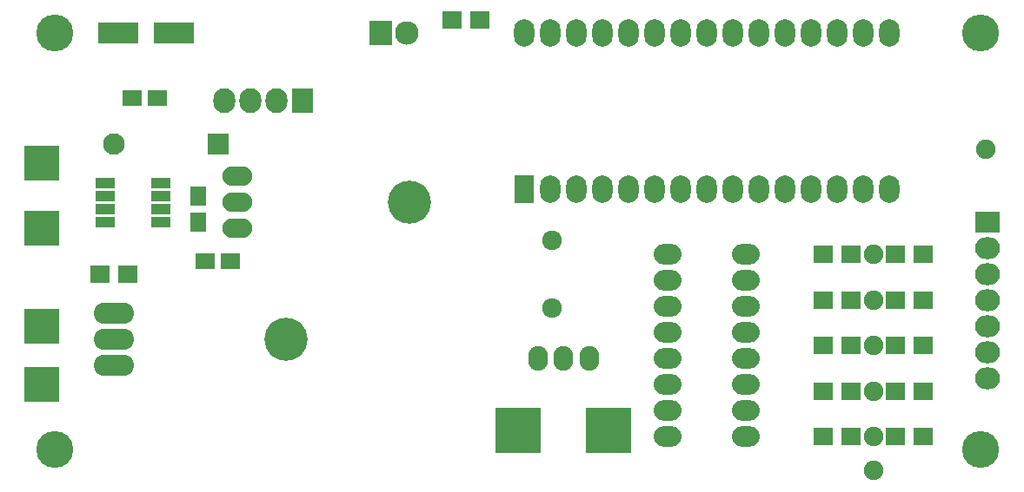
<source format=gbr>
G04 #@! TF.FileFunction,Soldermask,Top*
%FSLAX46Y46*%
G04 Gerber Fmt 4.6, Leading zero omitted, Abs format (unit mm)*
G04 Created by KiCad (PCBNEW 4.0.4-stable) date 11/17/16 13:04:47*
%MOMM*%
%LPD*%
G01*
G04 APERTURE LIST*
%ADD10C,0.100000*%
%ADD11C,3.600000*%
%ADD12R,1.650000X1.900000*%
%ADD13R,1.900000X1.650000*%
%ADD14R,3.900000X2.000000*%
%ADD15C,2.099260*%
%ADD16R,2.099260X2.099260*%
%ADD17R,2.300000X2.400000*%
%ADD18C,2.300000*%
%ADD19R,2.127200X2.432000*%
%ADD20O,2.127200X2.432000*%
%ADD21R,2.432000X2.127200*%
%ADD22O,2.432000X2.127200*%
%ADD23O,3.900120X2.099260*%
%ADD24C,4.199840*%
%ADD25R,1.900000X1.700000*%
%ADD26O,1.924000X2.400000*%
%ADD27R,4.400000X4.400000*%
%ADD28R,1.950000X1.000000*%
%ADD29O,2.899360X1.901140*%
%ADD30R,1.974800X2.686000*%
%ADD31O,1.974800X2.686000*%
%ADD32O,2.700000X2.000000*%
%ADD33C,1.924000*%
%ADD34R,3.400000X3.400000*%
%ADD35C,1.900000*%
G04 APERTURE END LIST*
D10*
D11*
X94615000Y3810000D03*
X4445000Y3810000D03*
X94615000Y44450000D03*
D12*
X18415000Y26055000D03*
X18415000Y28555000D03*
D13*
X11958000Y38100000D03*
X14458000Y38100000D03*
D14*
X10635000Y44450000D03*
X16035000Y44450000D03*
D13*
X21570000Y22225000D03*
X19070000Y22225000D03*
D15*
X10159480Y33652460D03*
D16*
X20319480Y33652460D03*
D17*
X36195000Y44450000D03*
D18*
X38735000Y44450000D03*
D19*
X28575000Y37846000D03*
D20*
X26035000Y37846000D03*
X23495000Y37846000D03*
X20955000Y37846000D03*
D21*
X95250000Y26035000D03*
D22*
X95250000Y23495000D03*
X95250000Y20955000D03*
X95250000Y18415000D03*
X95250000Y15875000D03*
X95250000Y13335000D03*
X95250000Y10795000D03*
D23*
X10160000Y14605000D03*
X10160000Y17145000D03*
X10160000Y12065000D03*
D24*
X26924000Y14605000D03*
D25*
X43100000Y45720000D03*
X45800000Y45720000D03*
X81995000Y22860000D03*
X79295000Y22860000D03*
X81995000Y18415000D03*
X79295000Y18415000D03*
X81995000Y13970000D03*
X79295000Y13970000D03*
X81995000Y9525000D03*
X79295000Y9525000D03*
X81995000Y5080000D03*
X79295000Y5080000D03*
X88980000Y22860000D03*
X86280000Y22860000D03*
X88980000Y18415000D03*
X86280000Y18415000D03*
X88980000Y13970000D03*
X86280000Y13970000D03*
X88980000Y9525000D03*
X86280000Y9525000D03*
X88980000Y5080000D03*
X86280000Y5080000D03*
D26*
X56475000Y12700000D03*
X53975000Y12700000D03*
X51475000Y12700000D03*
D27*
X49575000Y5700000D03*
X58375000Y5700000D03*
D28*
X9365000Y29845000D03*
X9365000Y28575000D03*
X9365000Y27305000D03*
X9365000Y26035000D03*
X14765000Y26035000D03*
X14765000Y27305000D03*
X14765000Y28575000D03*
X14765000Y29845000D03*
D29*
X22225000Y27940000D03*
X22225000Y30480000D03*
X22225000Y25400000D03*
D24*
X38989000Y27940000D03*
D30*
X50165000Y29210000D03*
D31*
X52705000Y29210000D03*
X55245000Y29210000D03*
X57785000Y29210000D03*
X60325000Y29210000D03*
X62865000Y29210000D03*
X65405000Y29210000D03*
X67945000Y29210000D03*
X70485000Y29210000D03*
X73025000Y29210000D03*
X75565000Y29210000D03*
X78105000Y29210000D03*
X80645000Y29210000D03*
X83185000Y29210000D03*
X85725000Y29210000D03*
X85725000Y44450000D03*
X83185000Y44450000D03*
X80645000Y44450000D03*
X78105000Y44450000D03*
X75565000Y44450000D03*
X73025000Y44450000D03*
X70485000Y44450000D03*
X67945000Y44450000D03*
X65405000Y44450000D03*
X62865000Y44450000D03*
X60325000Y44450000D03*
X57785000Y44450000D03*
X55245000Y44450000D03*
X52705000Y44450000D03*
X50165000Y44450000D03*
D32*
X64135000Y22860000D03*
X64135000Y20320000D03*
X64135000Y17780000D03*
X64135000Y15240000D03*
X64135000Y12700000D03*
X64135000Y10160000D03*
X64135000Y7620000D03*
X64135000Y5080000D03*
X71755000Y5080000D03*
X71755000Y7620000D03*
X71755000Y10160000D03*
X71755000Y12700000D03*
X71755000Y15240000D03*
X71755000Y17780000D03*
X71755000Y20320000D03*
X71755000Y22860000D03*
D33*
X52832000Y24255000D03*
X52832000Y17655000D03*
D34*
X3175000Y25400000D03*
X3175000Y31750000D03*
X3175000Y15875000D03*
X3175000Y10160000D03*
D11*
X4445000Y44450000D03*
D25*
X11510000Y20955000D03*
X8810000Y20955000D03*
D35*
X84201000Y1778000D03*
X84201000Y22860000D03*
X84201000Y18415000D03*
X84201000Y13970000D03*
X84201000Y9525000D03*
X84201000Y5080000D03*
X95123000Y33147000D03*
M02*

</source>
